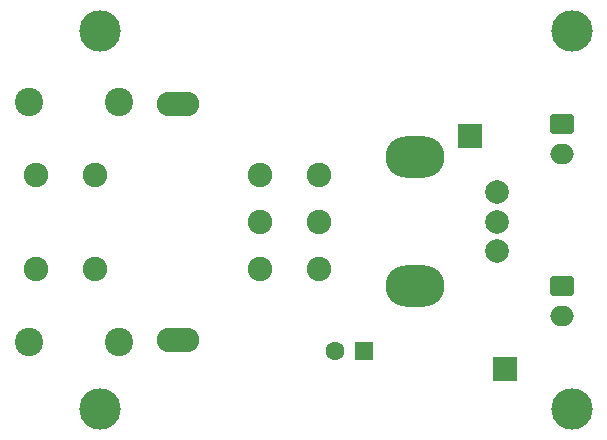
<source format=gbr>
%TF.GenerationSoftware,KiCad,Pcbnew,9.0.6*%
%TF.CreationDate,2026-01-11T11:57:00+09:00*%
%TF.ProjectId,Hi-Lo_converter,48692d4c-6f5f-4636-9f6e-766572746572,rev?*%
%TF.SameCoordinates,Original*%
%TF.FileFunction,Soldermask,Bot*%
%TF.FilePolarity,Negative*%
%FSLAX46Y46*%
G04 Gerber Fmt 4.6, Leading zero omitted, Abs format (unit mm)*
G04 Created by KiCad (PCBNEW 9.0.6) date 2026-01-11 11:57:00*
%MOMM*%
%LPD*%
G01*
G04 APERTURE LIST*
G04 Aperture macros list*
%AMRoundRect*
0 Rectangle with rounded corners*
0 $1 Rounding radius*
0 $2 $3 $4 $5 $6 $7 $8 $9 X,Y pos of 4 corners*
0 Add a 4 corners polygon primitive as box body*
4,1,4,$2,$3,$4,$5,$6,$7,$8,$9,$2,$3,0*
0 Add four circle primitives for the rounded corners*
1,1,$1+$1,$2,$3*
1,1,$1+$1,$4,$5*
1,1,$1+$1,$6,$7*
1,1,$1+$1,$8,$9*
0 Add four rect primitives between the rounded corners*
20,1,$1+$1,$2,$3,$4,$5,0*
20,1,$1+$1,$4,$5,$6,$7,0*
20,1,$1+$1,$6,$7,$8,$9,0*
20,1,$1+$1,$8,$9,$2,$3,0*%
G04 Aperture macros list end*
%ADD10R,2.000000X2.000000*%
%ADD11C,3.500000*%
%ADD12O,3.596000X2.072000*%
%ADD13C,2.072000*%
%ADD14O,5.000000X3.500000*%
%ADD15C,2.000000*%
%ADD16C,2.400000*%
%ADD17RoundRect,0.250000X-0.750000X0.600000X-0.750000X-0.600000X0.750000X-0.600000X0.750000X0.600000X0*%
%ADD18O,2.000000X1.700000*%
%ADD19R,1.600000X1.600000*%
%ADD20C,1.600000*%
G04 APERTURE END LIST*
D10*
%TO.C,REF\u002A\u002A*%
X209296000Y-53086000D03*
%TD*%
D11*
%TO.C,REF\u002A\u002A*%
X215000000Y-56500000D03*
%TD*%
%TO.C,REF\u002A\u002A*%
X215000000Y-24500000D03*
%TD*%
D12*
%TO.C,TR1*%
X181610000Y-30673000D03*
X181610000Y-50673000D03*
D13*
X169610000Y-44673000D03*
X174610000Y-44673000D03*
X169610000Y-36673000D03*
X174610000Y-36673000D03*
X188610000Y-36673000D03*
X193610000Y-36673000D03*
X188610000Y-40673000D03*
X193610000Y-40673000D03*
X188610000Y-44673000D03*
X193610000Y-44673000D03*
%TD*%
D14*
%TO.C,RV1*%
X201676000Y-46140000D03*
X201676000Y-35140000D03*
D15*
X208676000Y-43140000D03*
X208676000Y-40640000D03*
X208676000Y-38140000D03*
%TD*%
D16*
%TO.C,R2*%
X169000000Y-50800000D03*
X176620000Y-50800000D03*
%TD*%
D17*
%TO.C,J2*%
X214139000Y-46121000D03*
D18*
X214139000Y-48621000D03*
%TD*%
D11*
%TO.C,REF\u002A\u002A*%
X175000000Y-56500000D03*
%TD*%
%TO.C,REF\u002A\u002A*%
X175000000Y-24500000D03*
%TD*%
D10*
%TO.C,REF\u002A\u002A*%
X206375000Y-33401000D03*
%TD*%
D16*
%TO.C,R1*%
X169000000Y-30480000D03*
X176620000Y-30480000D03*
%TD*%
D17*
%TO.C,J1*%
X214139000Y-32405000D03*
D18*
X214139000Y-34905000D03*
%TD*%
D19*
%TO.C,C1*%
X197397380Y-51562000D03*
D20*
X194897380Y-51562000D03*
%TD*%
M02*

</source>
